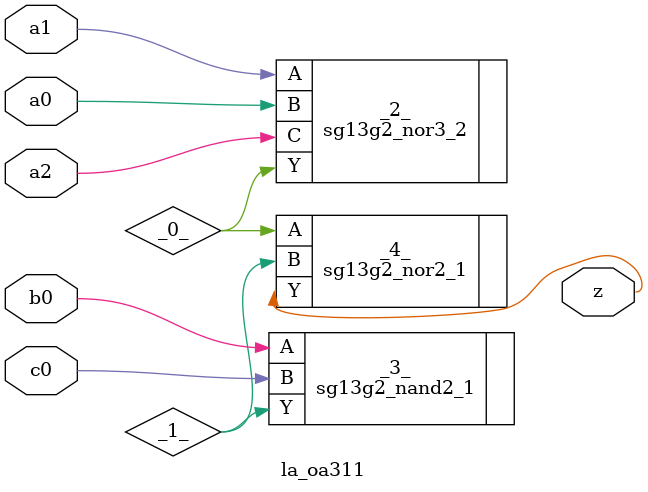
<source format=v>

/* Generated by Yosys 0.44 (git sha1 80ba43d26, g++ 11.4.0-1ubuntu1~22.04 -fPIC -O3) */

(* top =  1  *)
(* src = "generated" *)
(* keep_hierarchy *)
module la_oa311 (
    a0,
    a1,
    a2,
    b0,
    c0,
    z
);
  wire _0_;
  wire _1_;
  (* src = "generated" *)
  input a0;
  wire a0;
  (* src = "generated" *)
  input a1;
  wire a1;
  (* src = "generated" *)
  input a2;
  wire a2;
  (* src = "generated" *)
  input b0;
  wire b0;
  (* src = "generated" *)
  input c0;
  wire c0;
  (* src = "generated" *)
  output z;
  wire z;
  sg13g2_nor3_2 _2_ (
      .A(a1),
      .B(a0),
      .C(a2),
      .Y(_0_)
  );
  sg13g2_nand2_1 _3_ (
      .A(b0),
      .B(c0),
      .Y(_1_)
  );
  sg13g2_nor2_1 _4_ (
      .A(_0_),
      .B(_1_),
      .Y(z)
  );
endmodule

</source>
